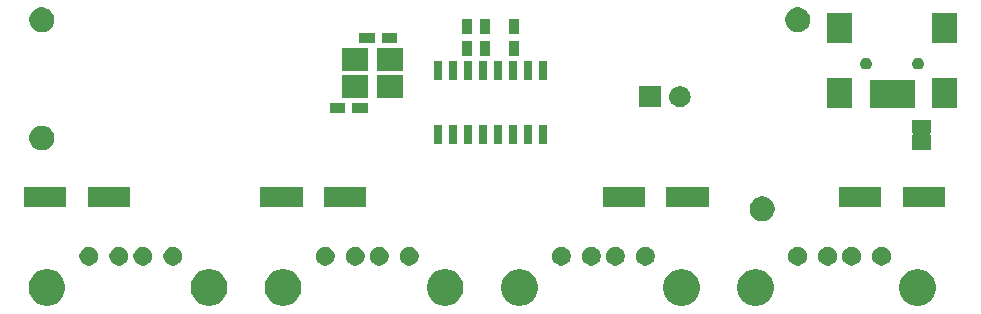
<source format=gbr>
G04 #@! TF.GenerationSoftware,KiCad,Pcbnew,(5.0.1-3-g963ef8bb5)*
G04 #@! TF.CreationDate,2018-11-25T15:23:06-05:00*
G04 #@! TF.ProjectId,usb-hub,7573622D6875622E6B696361645F7063,rev?*
G04 #@! TF.SameCoordinates,Original*
G04 #@! TF.FileFunction,Soldermask,Top*
G04 #@! TF.FilePolarity,Negative*
%FSLAX46Y46*%
G04 Gerber Fmt 4.6, Leading zero omitted, Abs format (unit mm)*
G04 Created by KiCad (PCBNEW (5.0.1-3-g963ef8bb5)) date Sunday, November 25, 2018 at 03:23:06 PM*
%MOMM*%
%LPD*%
G01*
G04 APERTURE LIST*
%ADD10C,0.100000*%
G04 APERTURE END LIST*
D10*
G36*
X96512527Y-38158736D02*
X96612410Y-38178604D01*
X96894674Y-38295521D01*
X97148705Y-38465259D01*
X97364741Y-38681295D01*
X97534479Y-38935326D01*
X97651396Y-39217590D01*
X97711000Y-39517240D01*
X97711000Y-39822760D01*
X97651396Y-40122410D01*
X97534479Y-40404674D01*
X97364741Y-40658705D01*
X97148705Y-40874741D01*
X96894674Y-41044479D01*
X96612410Y-41161396D01*
X96512527Y-41181264D01*
X96312762Y-41221000D01*
X96007238Y-41221000D01*
X95807473Y-41181264D01*
X95707590Y-41161396D01*
X95425326Y-41044479D01*
X95171295Y-40874741D01*
X94955259Y-40658705D01*
X94785521Y-40404674D01*
X94668604Y-40122410D01*
X94609000Y-39822760D01*
X94609000Y-39517240D01*
X94668604Y-39217590D01*
X94785521Y-38935326D01*
X94955259Y-38681295D01*
X95171295Y-38465259D01*
X95425326Y-38295521D01*
X95707590Y-38178604D01*
X95807473Y-38158736D01*
X96007238Y-38119000D01*
X96312762Y-38119000D01*
X96512527Y-38158736D01*
X96512527Y-38158736D01*
G37*
G36*
X82792527Y-38158736D02*
X82892410Y-38178604D01*
X83174674Y-38295521D01*
X83428705Y-38465259D01*
X83644741Y-38681295D01*
X83814479Y-38935326D01*
X83931396Y-39217590D01*
X83991000Y-39517240D01*
X83991000Y-39822760D01*
X83931396Y-40122410D01*
X83814479Y-40404674D01*
X83644741Y-40658705D01*
X83428705Y-40874741D01*
X83174674Y-41044479D01*
X82892410Y-41161396D01*
X82792527Y-41181264D01*
X82592762Y-41221000D01*
X82287238Y-41221000D01*
X82087473Y-41181264D01*
X81987590Y-41161396D01*
X81705326Y-41044479D01*
X81451295Y-40874741D01*
X81235259Y-40658705D01*
X81065521Y-40404674D01*
X80948604Y-40122410D01*
X80889000Y-39822760D01*
X80889000Y-39517240D01*
X80948604Y-39217590D01*
X81065521Y-38935326D01*
X81235259Y-38681295D01*
X81451295Y-38465259D01*
X81705326Y-38295521D01*
X81987590Y-38178604D01*
X82087473Y-38158736D01*
X82287238Y-38119000D01*
X82592762Y-38119000D01*
X82792527Y-38158736D01*
X82792527Y-38158736D01*
G37*
G36*
X76512527Y-38158736D02*
X76612410Y-38178604D01*
X76894674Y-38295521D01*
X77148705Y-38465259D01*
X77364741Y-38681295D01*
X77534479Y-38935326D01*
X77651396Y-39217590D01*
X77711000Y-39517240D01*
X77711000Y-39822760D01*
X77651396Y-40122410D01*
X77534479Y-40404674D01*
X77364741Y-40658705D01*
X77148705Y-40874741D01*
X76894674Y-41044479D01*
X76612410Y-41161396D01*
X76512527Y-41181264D01*
X76312762Y-41221000D01*
X76007238Y-41221000D01*
X75807473Y-41181264D01*
X75707590Y-41161396D01*
X75425326Y-41044479D01*
X75171295Y-40874741D01*
X74955259Y-40658705D01*
X74785521Y-40404674D01*
X74668604Y-40122410D01*
X74609000Y-39822760D01*
X74609000Y-39517240D01*
X74668604Y-39217590D01*
X74785521Y-38935326D01*
X74955259Y-38681295D01*
X75171295Y-38465259D01*
X75425326Y-38295521D01*
X75707590Y-38178604D01*
X75807473Y-38158736D01*
X76007238Y-38119000D01*
X76312762Y-38119000D01*
X76512527Y-38158736D01*
X76512527Y-38158736D01*
G37*
G36*
X62792527Y-38158736D02*
X62892410Y-38178604D01*
X63174674Y-38295521D01*
X63428705Y-38465259D01*
X63644741Y-38681295D01*
X63814479Y-38935326D01*
X63931396Y-39217590D01*
X63991000Y-39517240D01*
X63991000Y-39822760D01*
X63931396Y-40122410D01*
X63814479Y-40404674D01*
X63644741Y-40658705D01*
X63428705Y-40874741D01*
X63174674Y-41044479D01*
X62892410Y-41161396D01*
X62792527Y-41181264D01*
X62592762Y-41221000D01*
X62287238Y-41221000D01*
X62087473Y-41181264D01*
X61987590Y-41161396D01*
X61705326Y-41044479D01*
X61451295Y-40874741D01*
X61235259Y-40658705D01*
X61065521Y-40404674D01*
X60948604Y-40122410D01*
X60889000Y-39822760D01*
X60889000Y-39517240D01*
X60948604Y-39217590D01*
X61065521Y-38935326D01*
X61235259Y-38681295D01*
X61451295Y-38465259D01*
X61705326Y-38295521D01*
X61987590Y-38178604D01*
X62087473Y-38158736D01*
X62287238Y-38119000D01*
X62592762Y-38119000D01*
X62792527Y-38158736D01*
X62792527Y-38158736D01*
G37*
G36*
X56512527Y-38158736D02*
X56612410Y-38178604D01*
X56894674Y-38295521D01*
X57148705Y-38465259D01*
X57364741Y-38681295D01*
X57534479Y-38935326D01*
X57651396Y-39217590D01*
X57711000Y-39517240D01*
X57711000Y-39822760D01*
X57651396Y-40122410D01*
X57534479Y-40404674D01*
X57364741Y-40658705D01*
X57148705Y-40874741D01*
X56894674Y-41044479D01*
X56612410Y-41161396D01*
X56512527Y-41181264D01*
X56312762Y-41221000D01*
X56007238Y-41221000D01*
X55807473Y-41181264D01*
X55707590Y-41161396D01*
X55425326Y-41044479D01*
X55171295Y-40874741D01*
X54955259Y-40658705D01*
X54785521Y-40404674D01*
X54668604Y-40122410D01*
X54609000Y-39822760D01*
X54609000Y-39517240D01*
X54668604Y-39217590D01*
X54785521Y-38935326D01*
X54955259Y-38681295D01*
X55171295Y-38465259D01*
X55425326Y-38295521D01*
X55707590Y-38178604D01*
X55807473Y-38158736D01*
X56007238Y-38119000D01*
X56312762Y-38119000D01*
X56512527Y-38158736D01*
X56512527Y-38158736D01*
G37*
G36*
X42792527Y-38158736D02*
X42892410Y-38178604D01*
X43174674Y-38295521D01*
X43428705Y-38465259D01*
X43644741Y-38681295D01*
X43814479Y-38935326D01*
X43931396Y-39217590D01*
X43991000Y-39517240D01*
X43991000Y-39822760D01*
X43931396Y-40122410D01*
X43814479Y-40404674D01*
X43644741Y-40658705D01*
X43428705Y-40874741D01*
X43174674Y-41044479D01*
X42892410Y-41161396D01*
X42792527Y-41181264D01*
X42592762Y-41221000D01*
X42287238Y-41221000D01*
X42087473Y-41181264D01*
X41987590Y-41161396D01*
X41705326Y-41044479D01*
X41451295Y-40874741D01*
X41235259Y-40658705D01*
X41065521Y-40404674D01*
X40948604Y-40122410D01*
X40889000Y-39822760D01*
X40889000Y-39517240D01*
X40948604Y-39217590D01*
X41065521Y-38935326D01*
X41235259Y-38681295D01*
X41451295Y-38465259D01*
X41705326Y-38295521D01*
X41987590Y-38178604D01*
X42087473Y-38158736D01*
X42287238Y-38119000D01*
X42592762Y-38119000D01*
X42792527Y-38158736D01*
X42792527Y-38158736D01*
G37*
G36*
X36512527Y-38158736D02*
X36612410Y-38178604D01*
X36894674Y-38295521D01*
X37148705Y-38465259D01*
X37364741Y-38681295D01*
X37534479Y-38935326D01*
X37651396Y-39217590D01*
X37711000Y-39517240D01*
X37711000Y-39822760D01*
X37651396Y-40122410D01*
X37534479Y-40404674D01*
X37364741Y-40658705D01*
X37148705Y-40874741D01*
X36894674Y-41044479D01*
X36612410Y-41161396D01*
X36512527Y-41181264D01*
X36312762Y-41221000D01*
X36007238Y-41221000D01*
X35807473Y-41181264D01*
X35707590Y-41161396D01*
X35425326Y-41044479D01*
X35171295Y-40874741D01*
X34955259Y-40658705D01*
X34785521Y-40404674D01*
X34668604Y-40122410D01*
X34609000Y-39822760D01*
X34609000Y-39517240D01*
X34668604Y-39217590D01*
X34785521Y-38935326D01*
X34955259Y-38681295D01*
X35171295Y-38465259D01*
X35425326Y-38295521D01*
X35707590Y-38178604D01*
X35807473Y-38158736D01*
X36007238Y-38119000D01*
X36312762Y-38119000D01*
X36512527Y-38158736D01*
X36512527Y-38158736D01*
G37*
G36*
X22792527Y-38158736D02*
X22892410Y-38178604D01*
X23174674Y-38295521D01*
X23428705Y-38465259D01*
X23644741Y-38681295D01*
X23814479Y-38935326D01*
X23931396Y-39217590D01*
X23991000Y-39517240D01*
X23991000Y-39822760D01*
X23931396Y-40122410D01*
X23814479Y-40404674D01*
X23644741Y-40658705D01*
X23428705Y-40874741D01*
X23174674Y-41044479D01*
X22892410Y-41161396D01*
X22792527Y-41181264D01*
X22592762Y-41221000D01*
X22287238Y-41221000D01*
X22087473Y-41181264D01*
X21987590Y-41161396D01*
X21705326Y-41044479D01*
X21451295Y-40874741D01*
X21235259Y-40658705D01*
X21065521Y-40404674D01*
X20948604Y-40122410D01*
X20889000Y-39822760D01*
X20889000Y-39517240D01*
X20948604Y-39217590D01*
X21065521Y-38935326D01*
X21235259Y-38681295D01*
X21451295Y-38465259D01*
X21705326Y-38295521D01*
X21987590Y-38178604D01*
X22087473Y-38158736D01*
X22287238Y-38119000D01*
X22592762Y-38119000D01*
X22792527Y-38158736D01*
X22792527Y-38158736D01*
G37*
G36*
X53343643Y-36229781D02*
X53489415Y-36290162D01*
X53620611Y-36377824D01*
X53732176Y-36489389D01*
X53819838Y-36620585D01*
X53880219Y-36766357D01*
X53911000Y-36921107D01*
X53911000Y-37078893D01*
X53880219Y-37233643D01*
X53819838Y-37379415D01*
X53732176Y-37510611D01*
X53620611Y-37622176D01*
X53489415Y-37709838D01*
X53343643Y-37770219D01*
X53188893Y-37801000D01*
X53031107Y-37801000D01*
X52876357Y-37770219D01*
X52730585Y-37709838D01*
X52599389Y-37622176D01*
X52487824Y-37510611D01*
X52400162Y-37379415D01*
X52339781Y-37233643D01*
X52309000Y-37078893D01*
X52309000Y-36921107D01*
X52339781Y-36766357D01*
X52400162Y-36620585D01*
X52487824Y-36489389D01*
X52599389Y-36377824D01*
X52730585Y-36290162D01*
X52876357Y-36229781D01*
X53031107Y-36199000D01*
X53188893Y-36199000D01*
X53343643Y-36229781D01*
X53343643Y-36229781D01*
G37*
G36*
X50803643Y-36229781D02*
X50949415Y-36290162D01*
X51080611Y-36377824D01*
X51192176Y-36489389D01*
X51279838Y-36620585D01*
X51340219Y-36766357D01*
X51371000Y-36921107D01*
X51371000Y-37078893D01*
X51340219Y-37233643D01*
X51279838Y-37379415D01*
X51192176Y-37510611D01*
X51080611Y-37622176D01*
X50949415Y-37709838D01*
X50803643Y-37770219D01*
X50648893Y-37801000D01*
X50491107Y-37801000D01*
X50336357Y-37770219D01*
X50190585Y-37709838D01*
X50059389Y-37622176D01*
X49947824Y-37510611D01*
X49860162Y-37379415D01*
X49799781Y-37233643D01*
X49769000Y-37078893D01*
X49769000Y-36921107D01*
X49799781Y-36766357D01*
X49860162Y-36620585D01*
X49947824Y-36489389D01*
X50059389Y-36377824D01*
X50190585Y-36290162D01*
X50336357Y-36229781D01*
X50491107Y-36199000D01*
X50648893Y-36199000D01*
X50803643Y-36229781D01*
X50803643Y-36229781D01*
G37*
G36*
X48773643Y-36229781D02*
X48919415Y-36290162D01*
X49050611Y-36377824D01*
X49162176Y-36489389D01*
X49249838Y-36620585D01*
X49310219Y-36766357D01*
X49341000Y-36921107D01*
X49341000Y-37078893D01*
X49310219Y-37233643D01*
X49249838Y-37379415D01*
X49162176Y-37510611D01*
X49050611Y-37622176D01*
X48919415Y-37709838D01*
X48773643Y-37770219D01*
X48618893Y-37801000D01*
X48461107Y-37801000D01*
X48306357Y-37770219D01*
X48160585Y-37709838D01*
X48029389Y-37622176D01*
X47917824Y-37510611D01*
X47830162Y-37379415D01*
X47769781Y-37233643D01*
X47739000Y-37078893D01*
X47739000Y-36921107D01*
X47769781Y-36766357D01*
X47830162Y-36620585D01*
X47917824Y-36489389D01*
X48029389Y-36377824D01*
X48160585Y-36290162D01*
X48306357Y-36229781D01*
X48461107Y-36199000D01*
X48618893Y-36199000D01*
X48773643Y-36229781D01*
X48773643Y-36229781D01*
G37*
G36*
X46233643Y-36229781D02*
X46379415Y-36290162D01*
X46510611Y-36377824D01*
X46622176Y-36489389D01*
X46709838Y-36620585D01*
X46770219Y-36766357D01*
X46801000Y-36921107D01*
X46801000Y-37078893D01*
X46770219Y-37233643D01*
X46709838Y-37379415D01*
X46622176Y-37510611D01*
X46510611Y-37622176D01*
X46379415Y-37709838D01*
X46233643Y-37770219D01*
X46078893Y-37801000D01*
X45921107Y-37801000D01*
X45766357Y-37770219D01*
X45620585Y-37709838D01*
X45489389Y-37622176D01*
X45377824Y-37510611D01*
X45290162Y-37379415D01*
X45229781Y-37233643D01*
X45199000Y-37078893D01*
X45199000Y-36921107D01*
X45229781Y-36766357D01*
X45290162Y-36620585D01*
X45377824Y-36489389D01*
X45489389Y-36377824D01*
X45620585Y-36290162D01*
X45766357Y-36229781D01*
X45921107Y-36199000D01*
X46078893Y-36199000D01*
X46233643Y-36229781D01*
X46233643Y-36229781D01*
G37*
G36*
X33343643Y-36229781D02*
X33489415Y-36290162D01*
X33620611Y-36377824D01*
X33732176Y-36489389D01*
X33819838Y-36620585D01*
X33880219Y-36766357D01*
X33911000Y-36921107D01*
X33911000Y-37078893D01*
X33880219Y-37233643D01*
X33819838Y-37379415D01*
X33732176Y-37510611D01*
X33620611Y-37622176D01*
X33489415Y-37709838D01*
X33343643Y-37770219D01*
X33188893Y-37801000D01*
X33031107Y-37801000D01*
X32876357Y-37770219D01*
X32730585Y-37709838D01*
X32599389Y-37622176D01*
X32487824Y-37510611D01*
X32400162Y-37379415D01*
X32339781Y-37233643D01*
X32309000Y-37078893D01*
X32309000Y-36921107D01*
X32339781Y-36766357D01*
X32400162Y-36620585D01*
X32487824Y-36489389D01*
X32599389Y-36377824D01*
X32730585Y-36290162D01*
X32876357Y-36229781D01*
X33031107Y-36199000D01*
X33188893Y-36199000D01*
X33343643Y-36229781D01*
X33343643Y-36229781D01*
G37*
G36*
X30803643Y-36229781D02*
X30949415Y-36290162D01*
X31080611Y-36377824D01*
X31192176Y-36489389D01*
X31279838Y-36620585D01*
X31340219Y-36766357D01*
X31371000Y-36921107D01*
X31371000Y-37078893D01*
X31340219Y-37233643D01*
X31279838Y-37379415D01*
X31192176Y-37510611D01*
X31080611Y-37622176D01*
X30949415Y-37709838D01*
X30803643Y-37770219D01*
X30648893Y-37801000D01*
X30491107Y-37801000D01*
X30336357Y-37770219D01*
X30190585Y-37709838D01*
X30059389Y-37622176D01*
X29947824Y-37510611D01*
X29860162Y-37379415D01*
X29799781Y-37233643D01*
X29769000Y-37078893D01*
X29769000Y-36921107D01*
X29799781Y-36766357D01*
X29860162Y-36620585D01*
X29947824Y-36489389D01*
X30059389Y-36377824D01*
X30190585Y-36290162D01*
X30336357Y-36229781D01*
X30491107Y-36199000D01*
X30648893Y-36199000D01*
X30803643Y-36229781D01*
X30803643Y-36229781D01*
G37*
G36*
X28773643Y-36229781D02*
X28919415Y-36290162D01*
X29050611Y-36377824D01*
X29162176Y-36489389D01*
X29249838Y-36620585D01*
X29310219Y-36766357D01*
X29341000Y-36921107D01*
X29341000Y-37078893D01*
X29310219Y-37233643D01*
X29249838Y-37379415D01*
X29162176Y-37510611D01*
X29050611Y-37622176D01*
X28919415Y-37709838D01*
X28773643Y-37770219D01*
X28618893Y-37801000D01*
X28461107Y-37801000D01*
X28306357Y-37770219D01*
X28160585Y-37709838D01*
X28029389Y-37622176D01*
X27917824Y-37510611D01*
X27830162Y-37379415D01*
X27769781Y-37233643D01*
X27739000Y-37078893D01*
X27739000Y-36921107D01*
X27769781Y-36766357D01*
X27830162Y-36620585D01*
X27917824Y-36489389D01*
X28029389Y-36377824D01*
X28160585Y-36290162D01*
X28306357Y-36229781D01*
X28461107Y-36199000D01*
X28618893Y-36199000D01*
X28773643Y-36229781D01*
X28773643Y-36229781D01*
G37*
G36*
X26233643Y-36229781D02*
X26379415Y-36290162D01*
X26510611Y-36377824D01*
X26622176Y-36489389D01*
X26709838Y-36620585D01*
X26770219Y-36766357D01*
X26801000Y-36921107D01*
X26801000Y-37078893D01*
X26770219Y-37233643D01*
X26709838Y-37379415D01*
X26622176Y-37510611D01*
X26510611Y-37622176D01*
X26379415Y-37709838D01*
X26233643Y-37770219D01*
X26078893Y-37801000D01*
X25921107Y-37801000D01*
X25766357Y-37770219D01*
X25620585Y-37709838D01*
X25489389Y-37622176D01*
X25377824Y-37510611D01*
X25290162Y-37379415D01*
X25229781Y-37233643D01*
X25199000Y-37078893D01*
X25199000Y-36921107D01*
X25229781Y-36766357D01*
X25290162Y-36620585D01*
X25377824Y-36489389D01*
X25489389Y-36377824D01*
X25620585Y-36290162D01*
X25766357Y-36229781D01*
X25921107Y-36199000D01*
X26078893Y-36199000D01*
X26233643Y-36229781D01*
X26233643Y-36229781D01*
G37*
G36*
X66233643Y-36229781D02*
X66379415Y-36290162D01*
X66510611Y-36377824D01*
X66622176Y-36489389D01*
X66709838Y-36620585D01*
X66770219Y-36766357D01*
X66801000Y-36921107D01*
X66801000Y-37078893D01*
X66770219Y-37233643D01*
X66709838Y-37379415D01*
X66622176Y-37510611D01*
X66510611Y-37622176D01*
X66379415Y-37709838D01*
X66233643Y-37770219D01*
X66078893Y-37801000D01*
X65921107Y-37801000D01*
X65766357Y-37770219D01*
X65620585Y-37709838D01*
X65489389Y-37622176D01*
X65377824Y-37510611D01*
X65290162Y-37379415D01*
X65229781Y-37233643D01*
X65199000Y-37078893D01*
X65199000Y-36921107D01*
X65229781Y-36766357D01*
X65290162Y-36620585D01*
X65377824Y-36489389D01*
X65489389Y-36377824D01*
X65620585Y-36290162D01*
X65766357Y-36229781D01*
X65921107Y-36199000D01*
X66078893Y-36199000D01*
X66233643Y-36229781D01*
X66233643Y-36229781D01*
G37*
G36*
X68773643Y-36229781D02*
X68919415Y-36290162D01*
X69050611Y-36377824D01*
X69162176Y-36489389D01*
X69249838Y-36620585D01*
X69310219Y-36766357D01*
X69341000Y-36921107D01*
X69341000Y-37078893D01*
X69310219Y-37233643D01*
X69249838Y-37379415D01*
X69162176Y-37510611D01*
X69050611Y-37622176D01*
X68919415Y-37709838D01*
X68773643Y-37770219D01*
X68618893Y-37801000D01*
X68461107Y-37801000D01*
X68306357Y-37770219D01*
X68160585Y-37709838D01*
X68029389Y-37622176D01*
X67917824Y-37510611D01*
X67830162Y-37379415D01*
X67769781Y-37233643D01*
X67739000Y-37078893D01*
X67739000Y-36921107D01*
X67769781Y-36766357D01*
X67830162Y-36620585D01*
X67917824Y-36489389D01*
X68029389Y-36377824D01*
X68160585Y-36290162D01*
X68306357Y-36229781D01*
X68461107Y-36199000D01*
X68618893Y-36199000D01*
X68773643Y-36229781D01*
X68773643Y-36229781D01*
G37*
G36*
X86233643Y-36229781D02*
X86379415Y-36290162D01*
X86510611Y-36377824D01*
X86622176Y-36489389D01*
X86709838Y-36620585D01*
X86770219Y-36766357D01*
X86801000Y-36921107D01*
X86801000Y-37078893D01*
X86770219Y-37233643D01*
X86709838Y-37379415D01*
X86622176Y-37510611D01*
X86510611Y-37622176D01*
X86379415Y-37709838D01*
X86233643Y-37770219D01*
X86078893Y-37801000D01*
X85921107Y-37801000D01*
X85766357Y-37770219D01*
X85620585Y-37709838D01*
X85489389Y-37622176D01*
X85377824Y-37510611D01*
X85290162Y-37379415D01*
X85229781Y-37233643D01*
X85199000Y-37078893D01*
X85199000Y-36921107D01*
X85229781Y-36766357D01*
X85290162Y-36620585D01*
X85377824Y-36489389D01*
X85489389Y-36377824D01*
X85620585Y-36290162D01*
X85766357Y-36229781D01*
X85921107Y-36199000D01*
X86078893Y-36199000D01*
X86233643Y-36229781D01*
X86233643Y-36229781D01*
G37*
G36*
X88773643Y-36229781D02*
X88919415Y-36290162D01*
X89050611Y-36377824D01*
X89162176Y-36489389D01*
X89249838Y-36620585D01*
X89310219Y-36766357D01*
X89341000Y-36921107D01*
X89341000Y-37078893D01*
X89310219Y-37233643D01*
X89249838Y-37379415D01*
X89162176Y-37510611D01*
X89050611Y-37622176D01*
X88919415Y-37709838D01*
X88773643Y-37770219D01*
X88618893Y-37801000D01*
X88461107Y-37801000D01*
X88306357Y-37770219D01*
X88160585Y-37709838D01*
X88029389Y-37622176D01*
X87917824Y-37510611D01*
X87830162Y-37379415D01*
X87769781Y-37233643D01*
X87739000Y-37078893D01*
X87739000Y-36921107D01*
X87769781Y-36766357D01*
X87830162Y-36620585D01*
X87917824Y-36489389D01*
X88029389Y-36377824D01*
X88160585Y-36290162D01*
X88306357Y-36229781D01*
X88461107Y-36199000D01*
X88618893Y-36199000D01*
X88773643Y-36229781D01*
X88773643Y-36229781D01*
G37*
G36*
X90803643Y-36229781D02*
X90949415Y-36290162D01*
X91080611Y-36377824D01*
X91192176Y-36489389D01*
X91279838Y-36620585D01*
X91340219Y-36766357D01*
X91371000Y-36921107D01*
X91371000Y-37078893D01*
X91340219Y-37233643D01*
X91279838Y-37379415D01*
X91192176Y-37510611D01*
X91080611Y-37622176D01*
X90949415Y-37709838D01*
X90803643Y-37770219D01*
X90648893Y-37801000D01*
X90491107Y-37801000D01*
X90336357Y-37770219D01*
X90190585Y-37709838D01*
X90059389Y-37622176D01*
X89947824Y-37510611D01*
X89860162Y-37379415D01*
X89799781Y-37233643D01*
X89769000Y-37078893D01*
X89769000Y-36921107D01*
X89799781Y-36766357D01*
X89860162Y-36620585D01*
X89947824Y-36489389D01*
X90059389Y-36377824D01*
X90190585Y-36290162D01*
X90336357Y-36229781D01*
X90491107Y-36199000D01*
X90648893Y-36199000D01*
X90803643Y-36229781D01*
X90803643Y-36229781D01*
G37*
G36*
X93343643Y-36229781D02*
X93489415Y-36290162D01*
X93620611Y-36377824D01*
X93732176Y-36489389D01*
X93819838Y-36620585D01*
X93880219Y-36766357D01*
X93911000Y-36921107D01*
X93911000Y-37078893D01*
X93880219Y-37233643D01*
X93819838Y-37379415D01*
X93732176Y-37510611D01*
X93620611Y-37622176D01*
X93489415Y-37709838D01*
X93343643Y-37770219D01*
X93188893Y-37801000D01*
X93031107Y-37801000D01*
X92876357Y-37770219D01*
X92730585Y-37709838D01*
X92599389Y-37622176D01*
X92487824Y-37510611D01*
X92400162Y-37379415D01*
X92339781Y-37233643D01*
X92309000Y-37078893D01*
X92309000Y-36921107D01*
X92339781Y-36766357D01*
X92400162Y-36620585D01*
X92487824Y-36489389D01*
X92599389Y-36377824D01*
X92730585Y-36290162D01*
X92876357Y-36229781D01*
X93031107Y-36199000D01*
X93188893Y-36199000D01*
X93343643Y-36229781D01*
X93343643Y-36229781D01*
G37*
G36*
X73343643Y-36229781D02*
X73489415Y-36290162D01*
X73620611Y-36377824D01*
X73732176Y-36489389D01*
X73819838Y-36620585D01*
X73880219Y-36766357D01*
X73911000Y-36921107D01*
X73911000Y-37078893D01*
X73880219Y-37233643D01*
X73819838Y-37379415D01*
X73732176Y-37510611D01*
X73620611Y-37622176D01*
X73489415Y-37709838D01*
X73343643Y-37770219D01*
X73188893Y-37801000D01*
X73031107Y-37801000D01*
X72876357Y-37770219D01*
X72730585Y-37709838D01*
X72599389Y-37622176D01*
X72487824Y-37510611D01*
X72400162Y-37379415D01*
X72339781Y-37233643D01*
X72309000Y-37078893D01*
X72309000Y-36921107D01*
X72339781Y-36766357D01*
X72400162Y-36620585D01*
X72487824Y-36489389D01*
X72599389Y-36377824D01*
X72730585Y-36290162D01*
X72876357Y-36229781D01*
X73031107Y-36199000D01*
X73188893Y-36199000D01*
X73343643Y-36229781D01*
X73343643Y-36229781D01*
G37*
G36*
X70803643Y-36229781D02*
X70949415Y-36290162D01*
X71080611Y-36377824D01*
X71192176Y-36489389D01*
X71279838Y-36620585D01*
X71340219Y-36766357D01*
X71371000Y-36921107D01*
X71371000Y-37078893D01*
X71340219Y-37233643D01*
X71279838Y-37379415D01*
X71192176Y-37510611D01*
X71080611Y-37622176D01*
X70949415Y-37709838D01*
X70803643Y-37770219D01*
X70648893Y-37801000D01*
X70491107Y-37801000D01*
X70336357Y-37770219D01*
X70190585Y-37709838D01*
X70059389Y-37622176D01*
X69947824Y-37510611D01*
X69860162Y-37379415D01*
X69799781Y-37233643D01*
X69769000Y-37078893D01*
X69769000Y-36921107D01*
X69799781Y-36766357D01*
X69860162Y-36620585D01*
X69947824Y-36489389D01*
X70059389Y-36377824D01*
X70190585Y-36290162D01*
X70336357Y-36229781D01*
X70491107Y-36199000D01*
X70648893Y-36199000D01*
X70803643Y-36229781D01*
X70803643Y-36229781D01*
G37*
G36*
X83306565Y-31989389D02*
X83497834Y-32068615D01*
X83669976Y-32183637D01*
X83816363Y-32330024D01*
X83931385Y-32502166D01*
X84010611Y-32693435D01*
X84051000Y-32896484D01*
X84051000Y-33103516D01*
X84010611Y-33306565D01*
X83931385Y-33497834D01*
X83816363Y-33669976D01*
X83669976Y-33816363D01*
X83497834Y-33931385D01*
X83306565Y-34010611D01*
X83103516Y-34051000D01*
X82896484Y-34051000D01*
X82693435Y-34010611D01*
X82502166Y-33931385D01*
X82330024Y-33816363D01*
X82183637Y-33669976D01*
X82068615Y-33497834D01*
X81989389Y-33306565D01*
X81949000Y-33103516D01*
X81949000Y-32896484D01*
X81989389Y-32693435D01*
X82068615Y-32502166D01*
X82183637Y-32330024D01*
X82330024Y-32183637D01*
X82502166Y-32068615D01*
X82693435Y-31989389D01*
X82896484Y-31949000D01*
X83103516Y-31949000D01*
X83306565Y-31989389D01*
X83306565Y-31989389D01*
G37*
G36*
X93101000Y-32851000D02*
X89499000Y-32851000D01*
X89499000Y-31149000D01*
X93101000Y-31149000D01*
X93101000Y-32851000D01*
X93101000Y-32851000D01*
G37*
G36*
X98501000Y-32851000D02*
X94899000Y-32851000D01*
X94899000Y-31149000D01*
X98501000Y-31149000D01*
X98501000Y-32851000D01*
X98501000Y-32851000D01*
G37*
G36*
X78501000Y-32851000D02*
X74899000Y-32851000D01*
X74899000Y-31149000D01*
X78501000Y-31149000D01*
X78501000Y-32851000D01*
X78501000Y-32851000D01*
G37*
G36*
X73101000Y-32851000D02*
X69499000Y-32851000D01*
X69499000Y-31149000D01*
X73101000Y-31149000D01*
X73101000Y-32851000D01*
X73101000Y-32851000D01*
G37*
G36*
X44101000Y-32851000D02*
X40499000Y-32851000D01*
X40499000Y-31149000D01*
X44101000Y-31149000D01*
X44101000Y-32851000D01*
X44101000Y-32851000D01*
G37*
G36*
X49501000Y-32851000D02*
X45899000Y-32851000D01*
X45899000Y-31149000D01*
X49501000Y-31149000D01*
X49501000Y-32851000D01*
X49501000Y-32851000D01*
G37*
G36*
X29501000Y-32851000D02*
X25899000Y-32851000D01*
X25899000Y-31149000D01*
X29501000Y-31149000D01*
X29501000Y-32851000D01*
X29501000Y-32851000D01*
G37*
G36*
X24101000Y-32851000D02*
X20499000Y-32851000D01*
X20499000Y-31149000D01*
X24101000Y-31149000D01*
X24101000Y-32851000D01*
X24101000Y-32851000D01*
G37*
G36*
X22306565Y-25989389D02*
X22497834Y-26068615D01*
X22669976Y-26183637D01*
X22816363Y-26330024D01*
X22931385Y-26502166D01*
X23010611Y-26693435D01*
X23051000Y-26896484D01*
X23051000Y-27103516D01*
X23010611Y-27306565D01*
X22931385Y-27497834D01*
X22816363Y-27669976D01*
X22669976Y-27816363D01*
X22497834Y-27931385D01*
X22306565Y-28010611D01*
X22103516Y-28051000D01*
X21896484Y-28051000D01*
X21693435Y-28010611D01*
X21502166Y-27931385D01*
X21330024Y-27816363D01*
X21183637Y-27669976D01*
X21068615Y-27497834D01*
X20989389Y-27306565D01*
X20949000Y-27103516D01*
X20949000Y-26896484D01*
X20989389Y-26693435D01*
X21068615Y-26502166D01*
X21183637Y-26330024D01*
X21330024Y-26183637D01*
X21502166Y-26068615D01*
X21693435Y-25989389D01*
X21896484Y-25949000D01*
X22103516Y-25949000D01*
X22306565Y-25989389D01*
X22306565Y-25989389D01*
G37*
G36*
X97259999Y-25449737D02*
X97269611Y-25452653D01*
X97278469Y-25457388D01*
X97286237Y-25463763D01*
X97292612Y-25471531D01*
X97297347Y-25480389D01*
X97300263Y-25490001D01*
X97301852Y-25506140D01*
X97301852Y-26493860D01*
X97300263Y-26509999D01*
X97297347Y-26519611D01*
X97292612Y-26528469D01*
X97292610Y-26528471D01*
X97286237Y-26536237D01*
X97278427Y-26542640D01*
X97278378Y-26542673D01*
X97268850Y-26550484D01*
X97268875Y-26550514D01*
X97255026Y-26561857D01*
X97239462Y-26580783D01*
X97227889Y-26602382D01*
X97220752Y-26625824D01*
X97218326Y-26650208D01*
X97220704Y-26674597D01*
X97227793Y-26698053D01*
X97239323Y-26719676D01*
X97254850Y-26738633D01*
X97269234Y-26749324D01*
X97269007Y-26749600D01*
X97278511Y-26757416D01*
X97278516Y-26757419D01*
X97286275Y-26763801D01*
X97286279Y-26763805D01*
X97292640Y-26771572D01*
X97297368Y-26780440D01*
X97300282Y-26790082D01*
X97301852Y-26806112D01*
X97301852Y-27943860D01*
X97300263Y-27959999D01*
X97297347Y-27969611D01*
X97292612Y-27978469D01*
X97286237Y-27986237D01*
X97278469Y-27992612D01*
X97269611Y-27997347D01*
X97259999Y-28000263D01*
X97243860Y-28001852D01*
X95756140Y-28001852D01*
X95740001Y-28000263D01*
X95730389Y-27997347D01*
X95721531Y-27992612D01*
X95713763Y-27986237D01*
X95707388Y-27978469D01*
X95702653Y-27969611D01*
X95699737Y-27959999D01*
X95698148Y-27943860D01*
X95698148Y-26806140D01*
X95699737Y-26790001D01*
X95702653Y-26780389D01*
X95707388Y-26771531D01*
X95713763Y-26763763D01*
X95726736Y-26753116D01*
X95735959Y-26746954D01*
X95753287Y-26729627D01*
X95766901Y-26709253D01*
X95776279Y-26686614D01*
X95781061Y-26662581D01*
X95781061Y-26638077D01*
X95776282Y-26614043D01*
X95766905Y-26591404D01*
X95753292Y-26571029D01*
X95735965Y-26553701D01*
X95726673Y-26546817D01*
X95713805Y-26536279D01*
X95713801Y-26536275D01*
X95707419Y-26528516D01*
X95702674Y-26519661D01*
X95699748Y-26510050D01*
X95698753Y-26500000D01*
X95698753Y-26499934D01*
X95698148Y-26493825D01*
X95698148Y-25506140D01*
X95699737Y-25490001D01*
X95702653Y-25480389D01*
X95707388Y-25471531D01*
X95713763Y-25463763D01*
X95721531Y-25457388D01*
X95730389Y-25452653D01*
X95740001Y-25449737D01*
X95756140Y-25448148D01*
X97243860Y-25448148D01*
X97259999Y-25449737D01*
X97259999Y-25449737D01*
G37*
G36*
X57176000Y-27501000D02*
X56474000Y-27501000D01*
X56474000Y-25899000D01*
X57176000Y-25899000D01*
X57176000Y-27501000D01*
X57176000Y-27501000D01*
G37*
G36*
X64796000Y-27501000D02*
X64094000Y-27501000D01*
X64094000Y-25899000D01*
X64796000Y-25899000D01*
X64796000Y-27501000D01*
X64796000Y-27501000D01*
G37*
G36*
X63526000Y-27501000D02*
X62824000Y-27501000D01*
X62824000Y-25899000D01*
X63526000Y-25899000D01*
X63526000Y-27501000D01*
X63526000Y-27501000D01*
G37*
G36*
X62256000Y-27501000D02*
X61554000Y-27501000D01*
X61554000Y-25899000D01*
X62256000Y-25899000D01*
X62256000Y-27501000D01*
X62256000Y-27501000D01*
G37*
G36*
X60986000Y-27501000D02*
X60284000Y-27501000D01*
X60284000Y-25899000D01*
X60986000Y-25899000D01*
X60986000Y-27501000D01*
X60986000Y-27501000D01*
G37*
G36*
X59716000Y-27501000D02*
X59014000Y-27501000D01*
X59014000Y-25899000D01*
X59716000Y-25899000D01*
X59716000Y-27501000D01*
X59716000Y-27501000D01*
G37*
G36*
X58446000Y-27501000D02*
X57744000Y-27501000D01*
X57744000Y-25899000D01*
X58446000Y-25899000D01*
X58446000Y-27501000D01*
X58446000Y-27501000D01*
G37*
G36*
X55906000Y-27501000D02*
X55204000Y-27501000D01*
X55204000Y-25899000D01*
X55906000Y-25899000D01*
X55906000Y-27501000D01*
X55906000Y-27501000D01*
G37*
G36*
X47701000Y-24926000D02*
X46399000Y-24926000D01*
X46399000Y-24074000D01*
X47701000Y-24074000D01*
X47701000Y-24926000D01*
X47701000Y-24926000D01*
G37*
G36*
X49601000Y-24926000D02*
X48299000Y-24926000D01*
X48299000Y-24074000D01*
X49601000Y-24074000D01*
X49601000Y-24926000D01*
X49601000Y-24926000D01*
G37*
G36*
X90601000Y-24501000D02*
X88499000Y-24501000D01*
X88499000Y-21899000D01*
X90601000Y-21899000D01*
X90601000Y-24501000D01*
X90601000Y-24501000D01*
G37*
G36*
X95901000Y-24501000D02*
X92099000Y-24501000D01*
X92099000Y-22099000D01*
X95901000Y-22099000D01*
X95901000Y-24501000D01*
X95901000Y-24501000D01*
G37*
G36*
X99501000Y-24501000D02*
X97399000Y-24501000D01*
X97399000Y-21899000D01*
X99501000Y-21899000D01*
X99501000Y-24501000D01*
X99501000Y-24501000D01*
G37*
G36*
X76150443Y-22605519D02*
X76216627Y-22612037D01*
X76329853Y-22646384D01*
X76386467Y-22663557D01*
X76525087Y-22737652D01*
X76542991Y-22747222D01*
X76578729Y-22776552D01*
X76680186Y-22859814D01*
X76763448Y-22961271D01*
X76792778Y-22997009D01*
X76792779Y-22997011D01*
X76876443Y-23153533D01*
X76876443Y-23153534D01*
X76927963Y-23323373D01*
X76945359Y-23500000D01*
X76927963Y-23676627D01*
X76893616Y-23789853D01*
X76876443Y-23846467D01*
X76802348Y-23985087D01*
X76792778Y-24002991D01*
X76763448Y-24038729D01*
X76680186Y-24140186D01*
X76578729Y-24223448D01*
X76542991Y-24252778D01*
X76542989Y-24252779D01*
X76386467Y-24336443D01*
X76329853Y-24353616D01*
X76216627Y-24387963D01*
X76150443Y-24394481D01*
X76084260Y-24401000D01*
X75995740Y-24401000D01*
X75929557Y-24394481D01*
X75863373Y-24387963D01*
X75750147Y-24353616D01*
X75693533Y-24336443D01*
X75537011Y-24252779D01*
X75537009Y-24252778D01*
X75501271Y-24223448D01*
X75399814Y-24140186D01*
X75316552Y-24038729D01*
X75287222Y-24002991D01*
X75277652Y-23985087D01*
X75203557Y-23846467D01*
X75186384Y-23789853D01*
X75152037Y-23676627D01*
X75134641Y-23500000D01*
X75152037Y-23323373D01*
X75203557Y-23153534D01*
X75203557Y-23153533D01*
X75287221Y-22997011D01*
X75287222Y-22997009D01*
X75316552Y-22961271D01*
X75399814Y-22859814D01*
X75501271Y-22776552D01*
X75537009Y-22747222D01*
X75554913Y-22737652D01*
X75693533Y-22663557D01*
X75750147Y-22646384D01*
X75863373Y-22612037D01*
X75929557Y-22605519D01*
X75995740Y-22599000D01*
X76084260Y-22599000D01*
X76150443Y-22605519D01*
X76150443Y-22605519D01*
G37*
G36*
X74401000Y-24401000D02*
X72599000Y-24401000D01*
X72599000Y-22599000D01*
X74401000Y-22599000D01*
X74401000Y-24401000D01*
X74401000Y-24401000D01*
G37*
G36*
X49651000Y-23601000D02*
X47449000Y-23601000D01*
X47449000Y-21699000D01*
X49651000Y-21699000D01*
X49651000Y-23601000D01*
X49651000Y-23601000D01*
G37*
G36*
X52551000Y-23601000D02*
X50349000Y-23601000D01*
X50349000Y-21699000D01*
X52551000Y-21699000D01*
X52551000Y-23601000D01*
X52551000Y-23601000D01*
G37*
G36*
X63526000Y-22101000D02*
X62824000Y-22101000D01*
X62824000Y-20499000D01*
X63526000Y-20499000D01*
X63526000Y-22101000D01*
X63526000Y-22101000D01*
G37*
G36*
X62256000Y-22101000D02*
X61554000Y-22101000D01*
X61554000Y-20499000D01*
X62256000Y-20499000D01*
X62256000Y-22101000D01*
X62256000Y-22101000D01*
G37*
G36*
X60986000Y-22101000D02*
X60284000Y-22101000D01*
X60284000Y-20499000D01*
X60986000Y-20499000D01*
X60986000Y-22101000D01*
X60986000Y-22101000D01*
G37*
G36*
X59716000Y-22101000D02*
X59014000Y-22101000D01*
X59014000Y-20499000D01*
X59716000Y-20499000D01*
X59716000Y-22101000D01*
X59716000Y-22101000D01*
G37*
G36*
X58446000Y-22101000D02*
X57744000Y-22101000D01*
X57744000Y-20499000D01*
X58446000Y-20499000D01*
X58446000Y-22101000D01*
X58446000Y-22101000D01*
G37*
G36*
X57176000Y-22101000D02*
X56474000Y-22101000D01*
X56474000Y-20499000D01*
X57176000Y-20499000D01*
X57176000Y-22101000D01*
X57176000Y-22101000D01*
G37*
G36*
X55906000Y-22101000D02*
X55204000Y-22101000D01*
X55204000Y-20499000D01*
X55906000Y-20499000D01*
X55906000Y-22101000D01*
X55906000Y-22101000D01*
G37*
G36*
X64796000Y-22101000D02*
X64094000Y-22101000D01*
X64094000Y-20499000D01*
X64796000Y-20499000D01*
X64796000Y-22101000D01*
X64796000Y-22101000D01*
G37*
G36*
X52551000Y-21301000D02*
X50349000Y-21301000D01*
X50349000Y-19399000D01*
X52551000Y-19399000D01*
X52551000Y-21301000D01*
X52551000Y-21301000D01*
G37*
G36*
X49651000Y-21301000D02*
X47449000Y-21301000D01*
X47449000Y-19399000D01*
X49651000Y-19399000D01*
X49651000Y-21301000D01*
X49651000Y-21301000D01*
G37*
G36*
X96346136Y-20218253D02*
X96437312Y-20256019D01*
X96519372Y-20310850D01*
X96589150Y-20380628D01*
X96643981Y-20462688D01*
X96681747Y-20553864D01*
X96701000Y-20650656D01*
X96701000Y-20749344D01*
X96681747Y-20846136D01*
X96643981Y-20937312D01*
X96589150Y-21019372D01*
X96519372Y-21089150D01*
X96437312Y-21143981D01*
X96346136Y-21181747D01*
X96249344Y-21201000D01*
X96150656Y-21201000D01*
X96053864Y-21181747D01*
X95962688Y-21143981D01*
X95880628Y-21089150D01*
X95810850Y-21019372D01*
X95756019Y-20937312D01*
X95718253Y-20846136D01*
X95699000Y-20749344D01*
X95699000Y-20650656D01*
X95718253Y-20553864D01*
X95756019Y-20462688D01*
X95810850Y-20380628D01*
X95880628Y-20310850D01*
X95962688Y-20256019D01*
X96053864Y-20218253D01*
X96150656Y-20199000D01*
X96249344Y-20199000D01*
X96346136Y-20218253D01*
X96346136Y-20218253D01*
G37*
G36*
X91946136Y-20218253D02*
X92037312Y-20256019D01*
X92119372Y-20310850D01*
X92189150Y-20380628D01*
X92243981Y-20462688D01*
X92281747Y-20553864D01*
X92301000Y-20650656D01*
X92301000Y-20749344D01*
X92281747Y-20846136D01*
X92243981Y-20937312D01*
X92189150Y-21019372D01*
X92119372Y-21089150D01*
X92037312Y-21143981D01*
X91946136Y-21181747D01*
X91849344Y-21201000D01*
X91750656Y-21201000D01*
X91653864Y-21181747D01*
X91562688Y-21143981D01*
X91480628Y-21089150D01*
X91410850Y-21019372D01*
X91356019Y-20937312D01*
X91318253Y-20846136D01*
X91299000Y-20749344D01*
X91299000Y-20650656D01*
X91318253Y-20553864D01*
X91356019Y-20462688D01*
X91410850Y-20380628D01*
X91480628Y-20310850D01*
X91562688Y-20256019D01*
X91653864Y-20218253D01*
X91750656Y-20199000D01*
X91849344Y-20199000D01*
X91946136Y-20218253D01*
X91946136Y-20218253D01*
G37*
G36*
X62426000Y-20101000D02*
X61574000Y-20101000D01*
X61574000Y-18799000D01*
X62426000Y-18799000D01*
X62426000Y-20101000D01*
X62426000Y-20101000D01*
G37*
G36*
X59926000Y-20101000D02*
X59074000Y-20101000D01*
X59074000Y-18799000D01*
X59926000Y-18799000D01*
X59926000Y-20101000D01*
X59926000Y-20101000D01*
G37*
G36*
X58426000Y-20101000D02*
X57574000Y-20101000D01*
X57574000Y-18799000D01*
X58426000Y-18799000D01*
X58426000Y-20101000D01*
X58426000Y-20101000D01*
G37*
G36*
X99501000Y-19001000D02*
X97399000Y-19001000D01*
X97399000Y-16399000D01*
X99501000Y-16399000D01*
X99501000Y-19001000D01*
X99501000Y-19001000D01*
G37*
G36*
X90601000Y-19001000D02*
X88499000Y-19001000D01*
X88499000Y-16399000D01*
X90601000Y-16399000D01*
X90601000Y-19001000D01*
X90601000Y-19001000D01*
G37*
G36*
X52101000Y-18926000D02*
X50799000Y-18926000D01*
X50799000Y-18074000D01*
X52101000Y-18074000D01*
X52101000Y-18926000D01*
X52101000Y-18926000D01*
G37*
G36*
X50201000Y-18926000D02*
X48899000Y-18926000D01*
X48899000Y-18074000D01*
X50201000Y-18074000D01*
X50201000Y-18926000D01*
X50201000Y-18926000D01*
G37*
G36*
X62426000Y-18201000D02*
X61574000Y-18201000D01*
X61574000Y-16899000D01*
X62426000Y-16899000D01*
X62426000Y-18201000D01*
X62426000Y-18201000D01*
G37*
G36*
X59926000Y-18201000D02*
X59074000Y-18201000D01*
X59074000Y-16899000D01*
X59926000Y-16899000D01*
X59926000Y-18201000D01*
X59926000Y-18201000D01*
G37*
G36*
X58426000Y-18201000D02*
X57574000Y-18201000D01*
X57574000Y-16899000D01*
X58426000Y-16899000D01*
X58426000Y-18201000D01*
X58426000Y-18201000D01*
G37*
G36*
X86306565Y-15989389D02*
X86497834Y-16068615D01*
X86669976Y-16183637D01*
X86816363Y-16330024D01*
X86931385Y-16502166D01*
X87010611Y-16693435D01*
X87051000Y-16896484D01*
X87051000Y-17103516D01*
X87010611Y-17306565D01*
X86931385Y-17497834D01*
X86816363Y-17669976D01*
X86669976Y-17816363D01*
X86497834Y-17931385D01*
X86306565Y-18010611D01*
X86103516Y-18051000D01*
X85896484Y-18051000D01*
X85693435Y-18010611D01*
X85502166Y-17931385D01*
X85330024Y-17816363D01*
X85183637Y-17669976D01*
X85068615Y-17497834D01*
X84989389Y-17306565D01*
X84949000Y-17103516D01*
X84949000Y-16896484D01*
X84989389Y-16693435D01*
X85068615Y-16502166D01*
X85183637Y-16330024D01*
X85330024Y-16183637D01*
X85502166Y-16068615D01*
X85693435Y-15989389D01*
X85896484Y-15949000D01*
X86103516Y-15949000D01*
X86306565Y-15989389D01*
X86306565Y-15989389D01*
G37*
G36*
X22306565Y-15989389D02*
X22497834Y-16068615D01*
X22669976Y-16183637D01*
X22816363Y-16330024D01*
X22931385Y-16502166D01*
X23010611Y-16693435D01*
X23051000Y-16896484D01*
X23051000Y-17103516D01*
X23010611Y-17306565D01*
X22931385Y-17497834D01*
X22816363Y-17669976D01*
X22669976Y-17816363D01*
X22497834Y-17931385D01*
X22306565Y-18010611D01*
X22103516Y-18051000D01*
X21896484Y-18051000D01*
X21693435Y-18010611D01*
X21502166Y-17931385D01*
X21330024Y-17816363D01*
X21183637Y-17669976D01*
X21068615Y-17497834D01*
X20989389Y-17306565D01*
X20949000Y-17103516D01*
X20949000Y-16896484D01*
X20989389Y-16693435D01*
X21068615Y-16502166D01*
X21183637Y-16330024D01*
X21330024Y-16183637D01*
X21502166Y-16068615D01*
X21693435Y-15989389D01*
X21896484Y-15949000D01*
X22103516Y-15949000D01*
X22306565Y-15989389D01*
X22306565Y-15989389D01*
G37*
M02*

</source>
